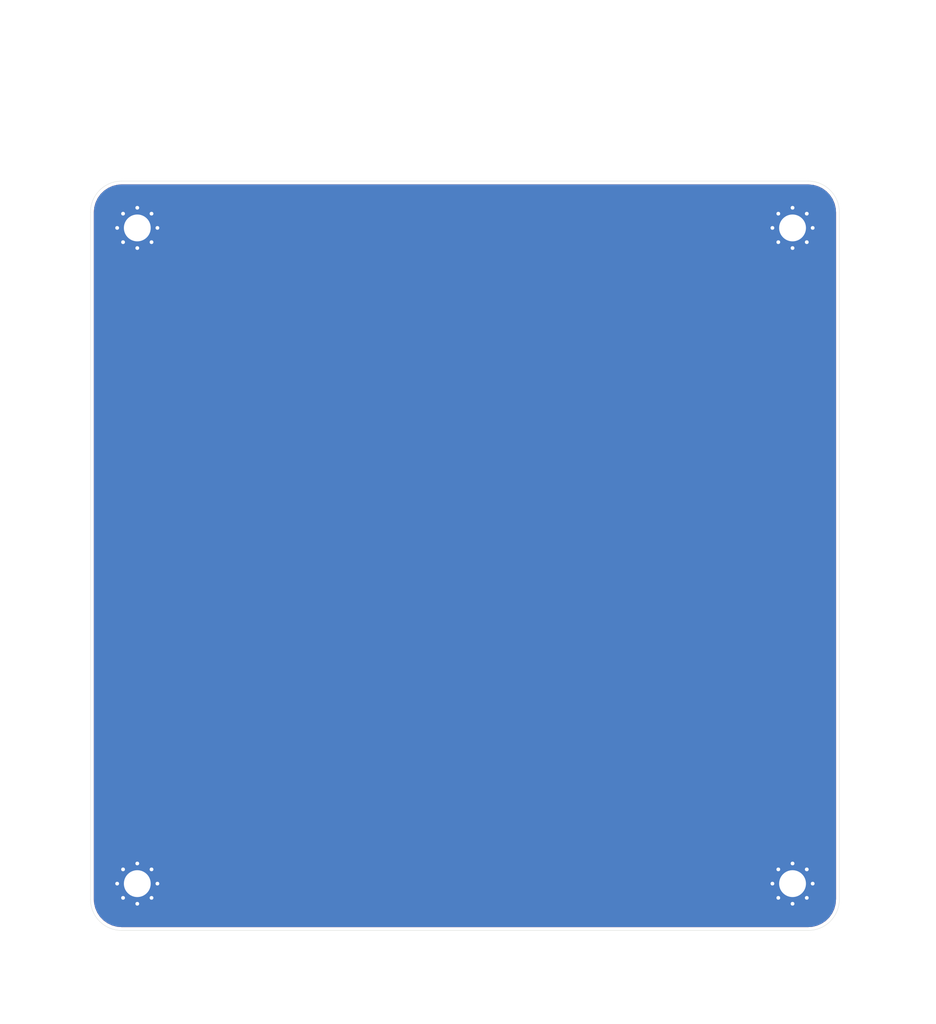
<source format=kicad_pcb>
(kicad_pcb (version 20171130) (host pcbnew "(5.1.4)-1")

  (general
    (thickness 1.6)
    (drawings 13)
    (tracks 0)
    (zones 0)
    (modules 5)
    (nets 2)
  )

  (page A4)
  (layers
    (0 F.Cu signal)
    (31 B.Cu signal)
    (32 B.Adhes user)
    (33 F.Adhes user)
    (34 B.Paste user)
    (35 F.Paste user)
    (36 B.SilkS user)
    (37 F.SilkS user)
    (38 B.Mask user)
    (39 F.Mask user)
    (40 Dwgs.User user)
    (41 Cmts.User user)
    (42 Eco1.User user)
    (43 Eco2.User user)
    (44 Edge.Cuts user)
    (45 Margin user)
    (46 B.CrtYd user)
    (47 F.CrtYd user)
    (48 B.Fab user)
    (49 F.Fab user)
  )

  (setup
    (last_trace_width 0.25)
    (trace_clearance 0.2)
    (zone_clearance 0.508)
    (zone_45_only no)
    (trace_min 0.2)
    (via_size 0.8)
    (via_drill 0.4)
    (via_min_size 0.4)
    (via_min_drill 0.3)
    (uvia_size 0.3)
    (uvia_drill 0.1)
    (uvias_allowed no)
    (uvia_min_size 0.2)
    (uvia_min_drill 0.1)
    (edge_width 0.05)
    (segment_width 0.2)
    (pcb_text_width 0.3)
    (pcb_text_size 1.5 1.5)
    (mod_edge_width 0.12)
    (mod_text_size 1 1)
    (mod_text_width 0.15)
    (pad_size 1.524 1.524)
    (pad_drill 0.762)
    (pad_to_mask_clearance 0.051)
    (solder_mask_min_width 0.25)
    (aux_axis_origin 0 0)
    (visible_elements 7FFFFFFF)
    (pcbplotparams
      (layerselection 0x010f0_ffffffff)
      (usegerberextensions true)
      (usegerberattributes false)
      (usegerberadvancedattributes false)
      (creategerberjobfile false)
      (excludeedgelayer true)
      (linewidth 0.100000)
      (plotframeref false)
      (viasonmask false)
      (mode 1)
      (useauxorigin false)
      (hpglpennumber 1)
      (hpglpenspeed 20)
      (hpglpendiameter 15.000000)
      (psnegative false)
      (psa4output false)
      (plotreference true)
      (plotvalue true)
      (plotinvisibletext false)
      (padsonsilk false)
      (subtractmaskfromsilk true)
      (outputformat 1)
      (mirror false)
      (drillshape 0)
      (scaleselection 1)
      (outputdirectory "Gerber"))
  )

  (net 0 "")
  (net 1 GND)

  (net_class Default "This is the default net class."
    (clearance 0.2)
    (trace_width 0.25)
    (via_dia 0.8)
    (via_drill 0.4)
    (uvia_dia 0.3)
    (uvia_drill 0.1)
    (add_net GND)
  )

  (module MountingHole:MountingHole_4.3mm_M4_Pad_Via locked (layer F.Cu) (tedit 56DDBFD7) (tstamp 5D67D701)
    (at -52.5 52.5)
    (descr "Mounting Hole 4.3mm, M4")
    (tags "mounting hole 4.3mm m4")
    (path /5D67D723)
    (attr virtual)
    (fp_text reference MH4 (at 0 -6.5) (layer Dwgs.User)
      (effects (font (size 1 1) (thickness 0.15)))
    )
    (fp_text value MountingHole (at 0 6.5) (layer Dwgs.User)
      (effects (font (size 1 1) (thickness 0.15)))
    )
    (fp_circle (center 0 0) (end 4.55 0) (layer F.CrtYd) (width 0.05))
    (fp_circle (center 0 0) (end 4.3 0) (layer Cmts.User) (width 0.15))
    (fp_text user %R (at 0.3 0) (layer F.Fab)
      (effects (font (size 1 1) (thickness 0.15)))
    )
    (pad 1 thru_hole circle (at 2.280419 -2.280419) (size 0.9 0.9) (drill 0.6) (layers *.Cu *.Mask)
      (net 1 GND))
    (pad 1 thru_hole circle (at 0 -3.225) (size 0.9 0.9) (drill 0.6) (layers *.Cu *.Mask)
      (net 1 GND))
    (pad 1 thru_hole circle (at -2.280419 -2.280419) (size 0.9 0.9) (drill 0.6) (layers *.Cu *.Mask)
      (net 1 GND))
    (pad 1 thru_hole circle (at -3.225 0) (size 0.9 0.9) (drill 0.6) (layers *.Cu *.Mask)
      (net 1 GND))
    (pad 1 thru_hole circle (at -2.280419 2.280419) (size 0.9 0.9) (drill 0.6) (layers *.Cu *.Mask)
      (net 1 GND))
    (pad 1 thru_hole circle (at 0 3.225) (size 0.9 0.9) (drill 0.6) (layers *.Cu *.Mask)
      (net 1 GND))
    (pad 1 thru_hole circle (at 2.280419 2.280419) (size 0.9 0.9) (drill 0.6) (layers *.Cu *.Mask)
      (net 1 GND))
    (pad 1 thru_hole circle (at 3.225 0) (size 0.9 0.9) (drill 0.6) (layers *.Cu *.Mask)
      (net 1 GND))
    (pad 1 thru_hole circle (at 0 0) (size 8.6 8.6) (drill 4.3) (layers *.Cu *.Mask)
      (net 1 GND))
  )

  (module MountingHole:MountingHole_4.3mm_M4_Pad_Via locked (layer F.Cu) (tedit 56DDBFD7) (tstamp 5D67D6F1)
    (at 52.5 -52.5)
    (descr "Mounting Hole 4.3mm, M4")
    (tags "mounting hole 4.3mm m4")
    (path /5D67EA72)
    (attr virtual)
    (fp_text reference MH3 (at 0 -6.5) (layer Dwgs.User)
      (effects (font (size 1 1) (thickness 0.15)))
    )
    (fp_text value MountingHole (at 0 6.5) (layer Dwgs.User)
      (effects (font (size 1 1) (thickness 0.15)))
    )
    (fp_circle (center 0 0) (end 4.55 0) (layer F.CrtYd) (width 0.05))
    (fp_circle (center 0 0) (end 4.3 0) (layer Cmts.User) (width 0.15))
    (fp_text user %R (at 0.3 0) (layer F.Fab)
      (effects (font (size 1 1) (thickness 0.15)))
    )
    (pad 1 thru_hole circle (at 2.280419 -2.280419) (size 0.9 0.9) (drill 0.6) (layers *.Cu *.Mask)
      (net 1 GND))
    (pad 1 thru_hole circle (at 0 -3.225) (size 0.9 0.9) (drill 0.6) (layers *.Cu *.Mask)
      (net 1 GND))
    (pad 1 thru_hole circle (at -2.280419 -2.280419) (size 0.9 0.9) (drill 0.6) (layers *.Cu *.Mask)
      (net 1 GND))
    (pad 1 thru_hole circle (at -3.225 0) (size 0.9 0.9) (drill 0.6) (layers *.Cu *.Mask)
      (net 1 GND))
    (pad 1 thru_hole circle (at -2.280419 2.280419) (size 0.9 0.9) (drill 0.6) (layers *.Cu *.Mask)
      (net 1 GND))
    (pad 1 thru_hole circle (at 0 3.225) (size 0.9 0.9) (drill 0.6) (layers *.Cu *.Mask)
      (net 1 GND))
    (pad 1 thru_hole circle (at 2.280419 2.280419) (size 0.9 0.9) (drill 0.6) (layers *.Cu *.Mask)
      (net 1 GND))
    (pad 1 thru_hole circle (at 3.225 0) (size 0.9 0.9) (drill 0.6) (layers *.Cu *.Mask)
      (net 1 GND))
    (pad 1 thru_hole circle (at 0 0) (size 8.6 8.6) (drill 4.3) (layers *.Cu *.Mask)
      (net 1 GND))
  )

  (module MountingHole:MountingHole_4.3mm_M4_Pad_Via locked (layer F.Cu) (tedit 56DDBFD7) (tstamp 5D67D6E1)
    (at 52.5 52.5)
    (descr "Mounting Hole 4.3mm, M4")
    (tags "mounting hole 4.3mm m4")
    (path /5D67F0C2)
    (attr virtual)
    (fp_text reference MH2 (at 0 -6.5) (layer Dwgs.User)
      (effects (font (size 1 1) (thickness 0.15)))
    )
    (fp_text value MountingHole (at 0 6.5) (layer Dwgs.User)
      (effects (font (size 1 1) (thickness 0.15)))
    )
    (fp_circle (center 0 0) (end 4.55 0) (layer F.CrtYd) (width 0.05))
    (fp_circle (center 0 0) (end 4.3 0) (layer Cmts.User) (width 0.15))
    (fp_text user %R (at 0.3 0) (layer F.Fab)
      (effects (font (size 1 1) (thickness 0.15)))
    )
    (pad 1 thru_hole circle (at 2.280419 -2.280419) (size 0.9 0.9) (drill 0.6) (layers *.Cu *.Mask)
      (net 1 GND))
    (pad 1 thru_hole circle (at 0 -3.225) (size 0.9 0.9) (drill 0.6) (layers *.Cu *.Mask)
      (net 1 GND))
    (pad 1 thru_hole circle (at -2.280419 -2.280419) (size 0.9 0.9) (drill 0.6) (layers *.Cu *.Mask)
      (net 1 GND))
    (pad 1 thru_hole circle (at -3.225 0) (size 0.9 0.9) (drill 0.6) (layers *.Cu *.Mask)
      (net 1 GND))
    (pad 1 thru_hole circle (at -2.280419 2.280419) (size 0.9 0.9) (drill 0.6) (layers *.Cu *.Mask)
      (net 1 GND))
    (pad 1 thru_hole circle (at 0 3.225) (size 0.9 0.9) (drill 0.6) (layers *.Cu *.Mask)
      (net 1 GND))
    (pad 1 thru_hole circle (at 2.280419 2.280419) (size 0.9 0.9) (drill 0.6) (layers *.Cu *.Mask)
      (net 1 GND))
    (pad 1 thru_hole circle (at 3.225 0) (size 0.9 0.9) (drill 0.6) (layers *.Cu *.Mask)
      (net 1 GND))
    (pad 1 thru_hole circle (at 0 0) (size 8.6 8.6) (drill 4.3) (layers *.Cu *.Mask)
      (net 1 GND))
  )

  (module MountingHole:MountingHole_4.3mm_M4_Pad_Via locked (layer F.Cu) (tedit 56DDBFD7) (tstamp 5D67D6D1)
    (at -52.5 -52.5)
    (descr "Mounting Hole 4.3mm, M4")
    (tags "mounting hole 4.3mm m4")
    (path /5D67F23E)
    (attr virtual)
    (fp_text reference MH1 (at 0 -6.5) (layer Dwgs.User)
      (effects (font (size 1 1) (thickness 0.15)))
    )
    (fp_text value MountingHole (at 0 6.5) (layer Dwgs.User)
      (effects (font (size 1 1) (thickness 0.15)))
    )
    (fp_circle (center 0 0) (end 4.55 0) (layer F.CrtYd) (width 0.05))
    (fp_circle (center 0 0) (end 4.3 0) (layer Cmts.User) (width 0.15))
    (fp_text user %R (at 0.3 0) (layer F.Fab)
      (effects (font (size 1 1) (thickness 0.15)))
    )
    (pad 1 thru_hole circle (at 2.280419 -2.280419) (size 0.9 0.9) (drill 0.6) (layers *.Cu *.Mask)
      (net 1 GND))
    (pad 1 thru_hole circle (at 0 -3.225) (size 0.9 0.9) (drill 0.6) (layers *.Cu *.Mask)
      (net 1 GND))
    (pad 1 thru_hole circle (at -2.280419 -2.280419) (size 0.9 0.9) (drill 0.6) (layers *.Cu *.Mask)
      (net 1 GND))
    (pad 1 thru_hole circle (at -3.225 0) (size 0.9 0.9) (drill 0.6) (layers *.Cu *.Mask)
      (net 1 GND))
    (pad 1 thru_hole circle (at -2.280419 2.280419) (size 0.9 0.9) (drill 0.6) (layers *.Cu *.Mask)
      (net 1 GND))
    (pad 1 thru_hole circle (at 0 3.225) (size 0.9 0.9) (drill 0.6) (layers *.Cu *.Mask)
      (net 1 GND))
    (pad 1 thru_hole circle (at 2.280419 2.280419) (size 0.9 0.9) (drill 0.6) (layers *.Cu *.Mask)
      (net 1 GND))
    (pad 1 thru_hole circle (at 3.225 0) (size 0.9 0.9) (drill 0.6) (layers *.Cu *.Mask)
      (net 1 GND))
    (pad 1 thru_hole circle (at 0 0) (size 8.6 8.6) (drill 4.3) (layers *.Cu *.Mask)
      (net 1 GND))
  )

  (module locallib:ai-ring-25mm-mask (layer F.Cu) (tedit 0) (tstamp 5D683158)
    (at 0 0)
    (fp_text reference G*** (at 0 0) (layer F.SilkS) hide
      (effects (font (size 1.524 1.524) (thickness 0.3)))
    )
    (fp_text value LOGO (at 0.75 0) (layer F.SilkS) hide
      (effects (font (size 1.524 1.524) (thickness 0.3)))
    )
    (fp_poly (pts (xy 0.812799 -4.605867) (xy -0.9144 -4.605867) (xy -0.9144 -6.333067) (xy 0.812799 -6.333067)
      (xy 0.812799 -4.605867)) (layer F.Mask) (width 0.01))
    (fp_poly (pts (xy 2.539999 -1.253067) (xy 0.812799 -1.253067) (xy 0.812799 -2.878667) (xy 2.539999 -2.878667)
      (xy 2.539999 -1.253067)) (layer F.Mask) (width 0.01))
    (fp_poly (pts (xy -0.9144 -1.253067) (xy -2.54 -1.253067) (xy -2.54 -2.878667) (xy -0.9144 -2.878667)
      (xy -0.9144 -1.253067)) (layer F.Mask) (width 0.01))
    (fp_poly (pts (xy 4.1656 2.201333) (xy 2.539999 2.201333) (xy 2.539999 0.474133) (xy 4.1656 0.474133)
      (xy 4.1656 2.201333)) (layer F.Mask) (width 0.01))
    (fp_poly (pts (xy 0.812799 2.201333) (xy -0.9144 2.201333) (xy -0.9144 0.474133) (xy 0.812799 0.474133)
      (xy 0.812799 2.201333)) (layer F.Mask) (width 0.01))
    (fp_poly (pts (xy -2.54 2.201333) (xy -4.2672 2.201333) (xy -4.2672 0.474133) (xy -2.54 0.474133)
      (xy -2.54 2.201333)) (layer F.Mask) (width 0.01))
    (fp_poly (pts (xy 5.8928 5.554133) (xy 4.1656 5.554133) (xy 4.1656 3.826933) (xy 5.8928 3.826933)
      (xy 5.8928 5.554133)) (layer F.Mask) (width 0.01))
    (fp_poly (pts (xy -4.2672 5.554133) (xy -5.994401 5.554133) (xy -5.994401 3.826933) (xy -4.2672 3.826933)
      (xy -4.2672 5.554133)) (layer F.Mask) (width 0.01))
    (fp_poly (pts (xy 0.016933 -12.680344) (xy 0.546505 -12.674496) (xy 1.023142 -12.65676) (xy 1.460873 -12.625413)
      (xy 1.873731 -12.578733) (xy 2.275745 -12.514997) (xy 2.680946 -12.432483) (xy 3.103365 -12.329468)
      (xy 3.296553 -12.277682) (xy 4.186355 -11.999333) (xy 5.048597 -11.660836) (xy 5.880011 -11.263883)
      (xy 6.67733 -10.810164) (xy 7.437287 -10.301371) (xy 8.08644 -9.797903) (xy 8.759159 -9.197475)
      (xy 9.387796 -8.551309) (xy 9.969433 -7.86396) (xy 10.501154 -7.139982) (xy 10.980041 -6.38393)
      (xy 11.403177 -5.60036) (xy 11.767645 -4.793827) (xy 12.070528 -3.968884) (xy 12.278545 -3.25204)
      (xy 12.419646 -2.654767) (xy 12.527849 -2.091842) (xy 12.606324 -1.54028) (xy 12.65824 -0.977096)
      (xy 12.686765 -0.379307) (xy 12.689554 -0.270934) (xy 12.677951 0.660466) (xy 12.60032 1.576875)
      (xy 12.456684 2.478167) (xy 12.247067 3.364218) (xy 11.971493 4.2349) (xy 11.697585 4.934344)
      (xy 11.577768 5.212808) (xy 11.475102 5.443881) (xy 11.381795 5.643147) (xy 11.290055 5.826189)
      (xy 11.19209 6.008589) (xy 11.080108 6.205931) (xy 10.955841 6.417733) (xy 10.447174 7.21249)
      (xy 9.892061 7.957984) (xy 9.289936 8.654783) (xy 8.640234 9.303451) (xy 7.942388 9.904554)
      (xy 7.195835 10.458657) (xy 6.417733 10.955841) (xy 6.192327 11.087975) (xy 5.996431 11.198808)
      (xy 5.814463 11.296131) (xy 5.630839 11.387736) (xy 5.429977 11.481415) (xy 5.196294 11.58496)
      (xy 4.934344 11.697585) (xy 4.523748 11.866322) (xy 4.14522 12.007287) (xy 3.773532 12.128833)
      (xy 3.383457 12.239312) (xy 3.031066 12.327773) (xy 2.329129 12.479472) (xy 1.658859 12.589026)
      (xy 1.000819 12.658742) (xy 0.335568 12.690925) (xy -0.0508 12.693388) (xy -0.269333 12.691191)
      (xy -0.47465 12.688181) (xy -0.65334 12.684629) (xy -0.791989 12.680802) (xy -0.877185 12.676971)
      (xy -0.880534 12.67673) (xy -1.802875 12.574536) (xy -2.710638 12.408193) (xy -3.600157 12.179057)
      (xy -4.467765 11.88848) (xy -5.309798 11.537819) (xy -6.12259 11.128427) (xy -6.902476 10.661659)
      (xy -7.546554 10.213528) (xy -8.284379 9.623249) (xy -8.969962 8.99024) (xy -9.602345 8.3159)
      (xy -10.180571 7.601629) (xy -10.703684 6.848826) (xy -11.170727 6.058889) (xy -11.580743 5.233217)
      (xy -11.932774 4.37321) (xy -12.225865 3.480267) (xy -12.277682 3.296553) (xy -12.390178 2.862231)
      (xy -12.481421 2.451246) (xy -12.553135 2.049567) (xy -12.607041 1.643164) (xy -12.644863 1.218005)
      (xy -12.668324 0.760061) (xy -12.679145 0.255301) (xy -12.680344 0.016933) (xy -12.677461 -0.219274)
      (xy -10.40728 -0.219274) (xy -10.406838 0.122649) (xy -10.399734 0.462551) (xy -10.386096 0.783089)
      (xy -10.366055 1.066921) (xy -10.350184 1.219199) (xy -10.214189 2.061003) (xy -10.015142 2.878562)
      (xy -9.75381 3.670279) (xy -9.430958 4.434554) (xy -9.047353 5.169789) (xy -8.603761 5.874386)
      (xy -8.100946 6.546745) (xy -7.539677 7.185267) (xy -7.444378 7.284309) (xy -6.871645 7.826493)
      (xy -6.249983 8.329686) (xy -5.590909 8.78545) (xy -4.905946 9.185349) (xy -4.710581 9.286415)
      (xy -4.393106 9.442785) (xy -4.114742 9.57172) (xy -3.856622 9.680808) (xy -3.59988 9.777637)
      (xy -3.325649 9.869795) (xy -3.048 9.955103) (xy -2.240693 10.165932) (xy -1.448155 10.312922)
      (xy -0.664204 10.396645) (xy 0.117344 10.417674) (xy 0.902674 10.37658) (xy 1.186586 10.346797)
      (xy 1.985867 10.223305) (xy 2.75208 10.04492) (xy 3.495922 9.808441) (xy 4.228089 9.510672)
      (xy 4.641773 9.31356) (xy 5.369803 8.914974) (xy 6.049978 8.472369) (xy 6.685532 7.982822)
      (xy 7.279698 7.443412) (xy 7.835708 6.851219) (xy 8.356796 6.20332) (xy 8.818739 5.53924)
      (xy 8.925941 5.363488) (xy 9.051053 5.141077) (xy 9.186307 4.88745) (xy 9.32394 4.618053)
      (xy 9.456185 4.34833) (xy 9.575277 4.093724) (xy 9.67345 3.869681) (xy 9.730784 3.725333)
      (xy 9.99902 2.908091) (xy 10.201242 2.085739) (xy 10.337278 1.260586) (xy 10.406956 0.434943)
      (xy 10.410103 -0.388879) (xy 10.346547 -1.20857) (xy 10.216115 -2.021819) (xy 10.174287 -2.218267)
      (xy 10.030718 -2.799783) (xy 9.867274 -3.338166) (xy 9.675538 -3.857038) (xy 9.447096 -4.380023)
      (xy 9.286415 -4.710581) (xy 8.886608 -5.430998) (xy 8.430824 -6.115528) (xy 7.922338 -6.761097)
      (xy 7.364426 -7.364634) (xy 6.760364 -7.923067) (xy 6.113426 -8.433324) (xy 5.426889 -8.892332)
      (xy 4.704028 -9.297019) (xy 4.088854 -9.585154) (xy 3.356572 -9.868438) (xy 2.620343 -10.090296)
      (xy 1.871597 -10.252466) (xy 1.101763 -10.35669) (xy 0.302273 -10.404707) (xy 0.033866 -10.408504)
      (xy -0.811336 -10.381323) (xy -1.628948 -10.293242) (xy -2.42227 -10.143261) (xy -3.194605 -9.930383)
      (xy -3.949254 -9.65361) (xy -4.68952 -9.311943) (xy -5.418704 -8.904385) (xy -5.848344 -8.630425)
      (xy -6.443259 -8.19724) (xy -7.015837 -7.708681) (xy -7.559079 -7.172955) (xy -8.065984 -6.598269)
      (xy -8.529552 -5.992829) (xy -8.942784 -5.364841) (xy -9.29868 -4.722513) (xy -9.447142 -4.411392)
      (xy -9.709128 -3.793326) (xy -9.923448 -3.199241) (xy -10.095209 -2.610663) (xy -10.229523 -2.009115)
      (xy -10.331496 -1.376124) (xy -10.36734 -1.083734) (xy -10.38766 -0.839808) (xy -10.40093 -0.545874)
      (xy -10.40728 -0.219274) (xy -12.677461 -0.219274) (xy -12.672897 -0.593181) (xy -12.647836 -1.151546)
      (xy -12.602719 -1.672428) (xy -12.535104 -2.170091) (xy -12.44255 -2.658798) (xy -12.322616 -3.152814)
      (xy -12.17286 -3.666404) (xy -11.99084 -4.213831) (xy -11.923878 -4.402667) (xy -11.589437 -5.233469)
      (xy -11.193318 -6.037027) (xy -10.736333 -6.812224) (xy -10.219297 -7.557938) (xy -9.643023 -8.273052)
      (xy -9.008326 -8.956446) (xy -8.316019 -9.607) (xy -7.860178 -9.991768) (xy -7.493976 -10.271206)
      (xy -7.077809 -10.558464) (xy -6.62721 -10.844107) (xy -6.157713 -11.118698) (xy -5.68485 -11.372802)
      (xy -5.224155 -11.596981) (xy -5.198534 -11.608685) (xy -4.900035 -11.736142) (xy -4.553662 -11.870055)
      (xy -4.178061 -12.004112) (xy -3.791877 -12.132004) (xy -3.413754 -12.247419) (xy -3.06234 -12.344048)
      (xy -2.926294 -12.377726) (xy -2.528536 -12.466334) (xy -2.148913 -12.537418) (xy -1.773426 -12.592417)
      (xy -1.388078 -12.63277) (xy -0.978868 -12.659917) (xy -0.5318 -12.675296) (xy -0.032874 -12.680348)
      (xy 0.016933 -12.680344)) (layer F.Mask) (width 0.01))
  )

  (dimension 105 (width 0.15) (layer Dwgs.User)
    (gr_text "105.000 mm" (at 0 74.3) (layer Dwgs.User)
      (effects (font (size 1 1) (thickness 0.15)))
    )
    (feature1 (pts (xy -52.5 52.5) (xy -52.5 73.586421)))
    (feature2 (pts (xy 52.5 52.5) (xy 52.5 73.586421)))
    (crossbar (pts (xy 52.5 73) (xy -52.5 73)))
    (arrow1a (pts (xy -52.5 73) (xy -51.373496 72.413579)))
    (arrow1b (pts (xy -52.5 73) (xy -51.373496 73.586421)))
    (arrow2a (pts (xy 52.5 73) (xy 51.373496 72.413579)))
    (arrow2b (pts (xy 52.5 73) (xy 51.373496 73.586421)))
  )
  (dimension 120 (width 0.15) (layer Dwgs.User)
    (gr_text "120.000 mm" (at 71.3 0 270) (layer Dwgs.User)
      (effects (font (size 1 1) (thickness 0.15)))
    )
    (feature1 (pts (xy 60 60) (xy 70.586421 60)))
    (feature2 (pts (xy 60 -60) (xy 70.586421 -60)))
    (crossbar (pts (xy 70 -60) (xy 70 60)))
    (arrow1a (pts (xy 70 60) (xy 69.413579 58.873496)))
    (arrow1b (pts (xy 70 60) (xy 70.586421 58.873496)))
    (arrow2a (pts (xy 70 -60) (xy 69.413579 -58.873496)))
    (arrow2b (pts (xy 70 -60) (xy 70.586421 -58.873496)))
  )
  (gr_arc (start -55 55) (end -60 55) (angle -90) (layer Edge.Cuts) (width 0.05))
  (gr_arc (start 55 55) (end 55 60) (angle -90) (layer Edge.Cuts) (width 0.05))
  (gr_arc (start 55 -55) (end 60 -55) (angle -90) (layer Edge.Cuts) (width 0.05))
  (gr_line (start -60 55) (end -60 -55) (layer Edge.Cuts) (width 0.05) (tstamp 5D818A3F))
  (gr_line (start 55 60) (end -55 60) (layer Edge.Cuts) (width 0.05))
  (gr_line (start 60 -55) (end 60 55) (layer Edge.Cuts) (width 0.05))
  (gr_line (start -55 -60) (end 55 -60) (layer Edge.Cuts) (width 0.05))
  (gr_arc (start -55 -55) (end -55 -60) (angle -90) (layer Edge.Cuts) (width 0.05))
  (dimension 52.5 (width 0.15) (layer Dwgs.User)
    (gr_text "52.500 mm" (at -26.25 -79.8) (layer Dwgs.User)
      (effects (font (size 1 1) (thickness 0.15)))
    )
    (feature1 (pts (xy -52.5 -70) (xy -52.5 -79.086421)))
    (feature2 (pts (xy 0 -70) (xy 0 -79.086421)))
    (crossbar (pts (xy 0 -78.5) (xy -52.5 -78.5)))
    (arrow1a (pts (xy -52.5 -78.5) (xy -51.373496 -79.086421)))
    (arrow1b (pts (xy -52.5 -78.5) (xy -51.373496 -77.913579)))
    (arrow2a (pts (xy 0 -78.5) (xy -1.126504 -79.086421)))
    (arrow2b (pts (xy 0 -78.5) (xy -1.126504 -77.913579)))
  )
  (dimension 60 (width 0.15) (layer Dwgs.User)
    (gr_text "60.000 mm" (at -30 -88.3) (layer Dwgs.User)
      (effects (font (size 1 1) (thickness 0.15)))
    )
    (feature1 (pts (xy -60 -70) (xy -60 -87.586421)))
    (feature2 (pts (xy 0 -70) (xy 0 -87.586421)))
    (crossbar (pts (xy 0 -87) (xy -60 -87)))
    (arrow1a (pts (xy -60 -87) (xy -58.873496 -87.586421)))
    (arrow1b (pts (xy -60 -87) (xy -58.873496 -86.413579)))
    (arrow2a (pts (xy 0 -87) (xy -1.126504 -87.586421)))
    (arrow2b (pts (xy 0 -87) (xy -1.126504 -86.413579)))
  )
  (gr_text "120mm Fan Vent Blocker | www.ai03.com" (at 0 52.5) (layer F.Mask)
    (effects (font (size 1.5 1.5) (thickness 0.3)))
  )

  (zone (net 1) (net_name GND) (layer F.Cu) (tstamp 5D683418) (hatch edge 0.508)
    (connect_pads yes (clearance 0.508))
    (min_thickness 0.254)
    (fill yes (arc_segments 32) (thermal_gap 0.508) (thermal_bridge_width 0.508))
    (polygon
      (pts
        (xy -74.5 -75) (xy 75.5 -75) (xy 75.5 75) (xy -74.5 75)
      )
    )
    (filled_polygon
      (pts
        (xy 55.768083 -59.268827) (xy 56.511891 -59.065344) (xy 57.207905 -58.733362) (xy 57.83413 -58.283374) (xy 58.370777 -57.729597)
        (xy 58.800871 -57.089549) (xy 59.110829 -56.383447) (xy 59.292065 -55.628543) (xy 59.34 -54.975793) (xy 59.340001 54.970597)
        (xy 59.268827 55.768083) (xy 59.065344 56.51189) (xy 58.733363 57.207904) (xy 58.283374 57.83413) (xy 57.729597 58.370777)
        (xy 57.089549 58.800871) (xy 56.383447 59.110829) (xy 55.628543 59.292065) (xy 54.975793 59.34) (xy -54.970608 59.34)
        (xy -55.768083 59.268827) (xy -56.51189 59.065344) (xy -57.207904 58.733363) (xy -57.83413 58.283374) (xy -58.370777 57.729597)
        (xy -58.800871 57.089549) (xy -59.110829 56.383447) (xy -59.292065 55.628543) (xy -59.34 54.975793) (xy -59.34 -54.970608)
        (xy -59.268827 -55.768083) (xy -59.065344 -56.511891) (xy -58.733362 -57.207905) (xy -58.283374 -57.83413) (xy -57.729597 -58.370777)
        (xy -57.089549 -58.800871) (xy -56.383447 -59.110829) (xy -55.628543 -59.292065) (xy -54.975793 -59.34) (xy 54.970608 -59.34)
      )
    )
  )
  (zone (net 1) (net_name GND) (layer B.Cu) (tstamp 5D683415) (hatch edge 0.508)
    (connect_pads yes (clearance 0.508))
    (min_thickness 0.254)
    (fill yes (arc_segments 32) (thermal_gap 0.508) (thermal_bridge_width 0.508))
    (polygon
      (pts
        (xy -74.5 75) (xy -74.5 -75) (xy 75.5 -75) (xy 75.5 75)
      )
    )
    (filled_polygon
      (pts
        (xy 55.768083 -59.268827) (xy 56.511891 -59.065344) (xy 57.207905 -58.733362) (xy 57.83413 -58.283374) (xy 58.370777 -57.729597)
        (xy 58.800871 -57.089549) (xy 59.110829 -56.383447) (xy 59.292065 -55.628543) (xy 59.34 -54.975793) (xy 59.340001 54.970597)
        (xy 59.268827 55.768083) (xy 59.065344 56.51189) (xy 58.733363 57.207904) (xy 58.283374 57.83413) (xy 57.729597 58.370777)
        (xy 57.089549 58.800871) (xy 56.383447 59.110829) (xy 55.628543 59.292065) (xy 54.975793 59.34) (xy -54.970608 59.34)
        (xy -55.768083 59.268827) (xy -56.51189 59.065344) (xy -57.207904 58.733363) (xy -57.83413 58.283374) (xy -58.370777 57.729597)
        (xy -58.800871 57.089549) (xy -59.110829 56.383447) (xy -59.292065 55.628543) (xy -59.34 54.975793) (xy -59.34 -54.970608)
        (xy -59.268827 -55.768083) (xy -59.065344 -56.511891) (xy -58.733362 -57.207905) (xy -58.283374 -57.83413) (xy -57.729597 -58.370777)
        (xy -57.089549 -58.800871) (xy -56.383447 -59.110829) (xy -55.628543 -59.292065) (xy -54.975793 -59.34) (xy 54.970608 -59.34)
      )
    )
  )
)

</source>
